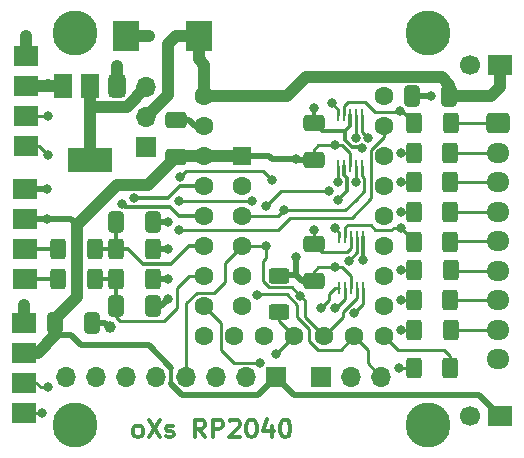
<source format=gbr>
G04 #@! TF.GenerationSoftware,KiCad,Pcbnew,7.0.1*
G04 #@! TF.CreationDate,2023-03-28T11:43:29+02:00*
G04 #@! TF.ProjectId,OXS_RP2040_Full,4f58535f-5250-4323-9034-305f46756c6c,rev?*
G04 #@! TF.SameCoordinates,Original*
G04 #@! TF.FileFunction,Copper,L1,Top*
G04 #@! TF.FilePolarity,Positive*
%FSLAX46Y46*%
G04 Gerber Fmt 4.6, Leading zero omitted, Abs format (unit mm)*
G04 Created by KiCad (PCBNEW 7.0.1) date 2023-03-28 11:43:29*
%MOMM*%
%LPD*%
G01*
G04 APERTURE LIST*
G04 Aperture macros list*
%AMRoundRect*
0 Rectangle with rounded corners*
0 $1 Rounding radius*
0 $2 $3 $4 $5 $6 $7 $8 $9 X,Y pos of 4 corners*
0 Add a 4 corners polygon primitive as box body*
4,1,4,$2,$3,$4,$5,$6,$7,$8,$9,$2,$3,0*
0 Add four circle primitives for the rounded corners*
1,1,$1+$1,$2,$3*
1,1,$1+$1,$4,$5*
1,1,$1+$1,$6,$7*
1,1,$1+$1,$8,$9*
0 Add four rect primitives between the rounded corners*
20,1,$1+$1,$2,$3,$4,$5,0*
20,1,$1+$1,$4,$5,$6,$7,0*
20,1,$1+$1,$6,$7,$8,$9,0*
20,1,$1+$1,$8,$9,$2,$3,0*%
G04 Aperture macros list end*
%ADD10C,0.310000*%
G04 #@! TA.AperFunction,NonConductor*
%ADD11C,0.310000*%
G04 #@! TD*
G04 #@! TA.AperFunction,SMDPad,CuDef*
%ADD12RoundRect,0.250000X-0.400000X-0.625000X0.400000X-0.625000X0.400000X0.625000X-0.400000X0.625000X0*%
G04 #@! TD*
G04 #@! TA.AperFunction,ComponentPad*
%ADD13C,1.700000*%
G04 #@! TD*
G04 #@! TA.AperFunction,SMDPad,CuDef*
%ADD14R,2.000000X1.700000*%
G04 #@! TD*
G04 #@! TA.AperFunction,ComponentPad*
%ADD15RoundRect,0.250000X-0.725000X0.600000X-0.725000X-0.600000X0.725000X-0.600000X0.725000X0.600000X0*%
G04 #@! TD*
G04 #@! TA.AperFunction,ComponentPad*
%ADD16O,1.950000X1.700000*%
G04 #@! TD*
G04 #@! TA.AperFunction,ComponentPad*
%ADD17R,1.600000X1.600000*%
G04 #@! TD*
G04 #@! TA.AperFunction,ComponentPad*
%ADD18C,1.600000*%
G04 #@! TD*
G04 #@! TA.AperFunction,ComponentPad*
%ADD19C,3.800000*%
G04 #@! TD*
G04 #@! TA.AperFunction,SMDPad,CuDef*
%ADD20R,0.250000X1.100000*%
G04 #@! TD*
G04 #@! TA.AperFunction,SMDPad,CuDef*
%ADD21RoundRect,0.250000X0.412500X0.650000X-0.412500X0.650000X-0.412500X-0.650000X0.412500X-0.650000X0*%
G04 #@! TD*
G04 #@! TA.AperFunction,SMDPad,CuDef*
%ADD22R,2.000000X1.800000*%
G04 #@! TD*
G04 #@! TA.AperFunction,SMDPad,CuDef*
%ADD23RoundRect,0.250000X0.400000X0.625000X-0.400000X0.625000X-0.400000X-0.625000X0.400000X-0.625000X0*%
G04 #@! TD*
G04 #@! TA.AperFunction,SMDPad,CuDef*
%ADD24RoundRect,0.250000X-0.650000X0.412500X-0.650000X-0.412500X0.650000X-0.412500X0.650000X0.412500X0*%
G04 #@! TD*
G04 #@! TA.AperFunction,SMDPad,CuDef*
%ADD25RoundRect,0.250000X-0.412500X-0.650000X0.412500X-0.650000X0.412500X0.650000X-0.412500X0.650000X0*%
G04 #@! TD*
G04 #@! TA.AperFunction,SMDPad,CuDef*
%ADD26R,2.310000X2.520000*%
G04 #@! TD*
G04 #@! TA.AperFunction,ComponentPad*
%ADD27R,1.700000X1.700000*%
G04 #@! TD*
G04 #@! TA.AperFunction,ComponentPad*
%ADD28O,1.700000X1.700000*%
G04 #@! TD*
G04 #@! TA.AperFunction,SMDPad,CuDef*
%ADD29RoundRect,0.375000X-0.375000X0.625000X-0.375000X-0.625000X0.375000X-0.625000X0.375000X0.625000X0*%
G04 #@! TD*
G04 #@! TA.AperFunction,SMDPad,CuDef*
%ADD30R,1.500000X2.000000*%
G04 #@! TD*
G04 #@! TA.AperFunction,SMDPad,CuDef*
%ADD31R,3.800000X2.000000*%
G04 #@! TD*
G04 #@! TA.AperFunction,SMDPad,CuDef*
%ADD32RoundRect,0.250000X0.650000X-0.412500X0.650000X0.412500X-0.650000X0.412500X-0.650000X-0.412500X0*%
G04 #@! TD*
G04 #@! TA.AperFunction,SMDPad,CuDef*
%ADD33RoundRect,0.250000X-0.625000X0.400000X-0.625000X-0.400000X0.625000X-0.400000X0.625000X0.400000X0*%
G04 #@! TD*
G04 #@! TA.AperFunction,ViaPad*
%ADD34C,0.800000*%
G04 #@! TD*
G04 #@! TA.AperFunction,ViaPad*
%ADD35C,1.000000*%
G04 #@! TD*
G04 #@! TA.AperFunction,Conductor*
%ADD36C,1.000000*%
G04 #@! TD*
G04 #@! TA.AperFunction,Conductor*
%ADD37C,0.250000*%
G04 #@! TD*
G04 #@! TA.AperFunction,Conductor*
%ADD38C,0.500000*%
G04 #@! TD*
G04 #@! TA.AperFunction,Conductor*
%ADD39C,0.310000*%
G04 #@! TD*
G04 APERTURE END LIST*
D10*
D11*
X80256858Y-110421928D02*
X80114001Y-110350500D01*
X80114001Y-110350500D02*
X80042572Y-110279071D01*
X80042572Y-110279071D02*
X79971144Y-110136214D01*
X79971144Y-110136214D02*
X79971144Y-109707642D01*
X79971144Y-109707642D02*
X80042572Y-109564785D01*
X80042572Y-109564785D02*
X80114001Y-109493357D01*
X80114001Y-109493357D02*
X80256858Y-109421928D01*
X80256858Y-109421928D02*
X80471144Y-109421928D01*
X80471144Y-109421928D02*
X80614001Y-109493357D01*
X80614001Y-109493357D02*
X80685430Y-109564785D01*
X80685430Y-109564785D02*
X80756858Y-109707642D01*
X80756858Y-109707642D02*
X80756858Y-110136214D01*
X80756858Y-110136214D02*
X80685430Y-110279071D01*
X80685430Y-110279071D02*
X80614001Y-110350500D01*
X80614001Y-110350500D02*
X80471144Y-110421928D01*
X80471144Y-110421928D02*
X80256858Y-110421928D01*
X81256858Y-108921928D02*
X82256858Y-110421928D01*
X82256858Y-108921928D02*
X81256858Y-110421928D01*
X82756858Y-110350500D02*
X82899715Y-110421928D01*
X82899715Y-110421928D02*
X83185429Y-110421928D01*
X83185429Y-110421928D02*
X83328286Y-110350500D01*
X83328286Y-110350500D02*
X83399715Y-110207642D01*
X83399715Y-110207642D02*
X83399715Y-110136214D01*
X83399715Y-110136214D02*
X83328286Y-109993357D01*
X83328286Y-109993357D02*
X83185429Y-109921928D01*
X83185429Y-109921928D02*
X82971144Y-109921928D01*
X82971144Y-109921928D02*
X82828286Y-109850500D01*
X82828286Y-109850500D02*
X82756858Y-109707642D01*
X82756858Y-109707642D02*
X82756858Y-109636214D01*
X82756858Y-109636214D02*
X82828286Y-109493357D01*
X82828286Y-109493357D02*
X82971144Y-109421928D01*
X82971144Y-109421928D02*
X83185429Y-109421928D01*
X83185429Y-109421928D02*
X83328286Y-109493357D01*
X86042572Y-110421928D02*
X85542572Y-109707642D01*
X85185429Y-110421928D02*
X85185429Y-108921928D01*
X85185429Y-108921928D02*
X85756858Y-108921928D01*
X85756858Y-108921928D02*
X85899715Y-108993357D01*
X85899715Y-108993357D02*
X85971144Y-109064785D01*
X85971144Y-109064785D02*
X86042572Y-109207642D01*
X86042572Y-109207642D02*
X86042572Y-109421928D01*
X86042572Y-109421928D02*
X85971144Y-109564785D01*
X85971144Y-109564785D02*
X85899715Y-109636214D01*
X85899715Y-109636214D02*
X85756858Y-109707642D01*
X85756858Y-109707642D02*
X85185429Y-109707642D01*
X86685429Y-110421928D02*
X86685429Y-108921928D01*
X86685429Y-108921928D02*
X87256858Y-108921928D01*
X87256858Y-108921928D02*
X87399715Y-108993357D01*
X87399715Y-108993357D02*
X87471144Y-109064785D01*
X87471144Y-109064785D02*
X87542572Y-109207642D01*
X87542572Y-109207642D02*
X87542572Y-109421928D01*
X87542572Y-109421928D02*
X87471144Y-109564785D01*
X87471144Y-109564785D02*
X87399715Y-109636214D01*
X87399715Y-109636214D02*
X87256858Y-109707642D01*
X87256858Y-109707642D02*
X86685429Y-109707642D01*
X88114001Y-109064785D02*
X88185429Y-108993357D01*
X88185429Y-108993357D02*
X88328287Y-108921928D01*
X88328287Y-108921928D02*
X88685429Y-108921928D01*
X88685429Y-108921928D02*
X88828287Y-108993357D01*
X88828287Y-108993357D02*
X88899715Y-109064785D01*
X88899715Y-109064785D02*
X88971144Y-109207642D01*
X88971144Y-109207642D02*
X88971144Y-109350500D01*
X88971144Y-109350500D02*
X88899715Y-109564785D01*
X88899715Y-109564785D02*
X88042572Y-110421928D01*
X88042572Y-110421928D02*
X88971144Y-110421928D01*
X89899715Y-108921928D02*
X90042572Y-108921928D01*
X90042572Y-108921928D02*
X90185429Y-108993357D01*
X90185429Y-108993357D02*
X90256858Y-109064785D01*
X90256858Y-109064785D02*
X90328286Y-109207642D01*
X90328286Y-109207642D02*
X90399715Y-109493357D01*
X90399715Y-109493357D02*
X90399715Y-109850500D01*
X90399715Y-109850500D02*
X90328286Y-110136214D01*
X90328286Y-110136214D02*
X90256858Y-110279071D01*
X90256858Y-110279071D02*
X90185429Y-110350500D01*
X90185429Y-110350500D02*
X90042572Y-110421928D01*
X90042572Y-110421928D02*
X89899715Y-110421928D01*
X89899715Y-110421928D02*
X89756858Y-110350500D01*
X89756858Y-110350500D02*
X89685429Y-110279071D01*
X89685429Y-110279071D02*
X89614000Y-110136214D01*
X89614000Y-110136214D02*
X89542572Y-109850500D01*
X89542572Y-109850500D02*
X89542572Y-109493357D01*
X89542572Y-109493357D02*
X89614000Y-109207642D01*
X89614000Y-109207642D02*
X89685429Y-109064785D01*
X89685429Y-109064785D02*
X89756858Y-108993357D01*
X89756858Y-108993357D02*
X89899715Y-108921928D01*
X91685429Y-109421928D02*
X91685429Y-110421928D01*
X91328286Y-108850500D02*
X90971143Y-109921928D01*
X90971143Y-109921928D02*
X91899714Y-109921928D01*
X92756857Y-108921928D02*
X92899714Y-108921928D01*
X92899714Y-108921928D02*
X93042571Y-108993357D01*
X93042571Y-108993357D02*
X93114000Y-109064785D01*
X93114000Y-109064785D02*
X93185428Y-109207642D01*
X93185428Y-109207642D02*
X93256857Y-109493357D01*
X93256857Y-109493357D02*
X93256857Y-109850500D01*
X93256857Y-109850500D02*
X93185428Y-110136214D01*
X93185428Y-110136214D02*
X93114000Y-110279071D01*
X93114000Y-110279071D02*
X93042571Y-110350500D01*
X93042571Y-110350500D02*
X92899714Y-110421928D01*
X92899714Y-110421928D02*
X92756857Y-110421928D01*
X92756857Y-110421928D02*
X92614000Y-110350500D01*
X92614000Y-110350500D02*
X92542571Y-110279071D01*
X92542571Y-110279071D02*
X92471142Y-110136214D01*
X92471142Y-110136214D02*
X92399714Y-109850500D01*
X92399714Y-109850500D02*
X92399714Y-109493357D01*
X92399714Y-109493357D02*
X92471142Y-109207642D01*
X92471142Y-109207642D02*
X92542571Y-109064785D01*
X92542571Y-109064785D02*
X92614000Y-108993357D01*
X92614000Y-108993357D02*
X92756857Y-108921928D01*
D12*
X103733000Y-96266000D03*
X106833000Y-96266000D03*
X103707000Y-88773000D03*
X106807000Y-88773000D03*
D13*
X108478000Y-108585000D03*
D14*
X111018000Y-108585000D03*
D15*
X110871000Y-83820000D03*
D16*
X110871000Y-86320000D03*
X110871000Y-88820000D03*
X110871000Y-91320000D03*
X110871000Y-93820000D03*
X110871000Y-96320000D03*
X110871000Y-98820000D03*
X110871000Y-101320000D03*
X110871000Y-103820000D03*
D17*
X89154000Y-86614000D03*
D18*
X89154000Y-89154000D03*
X89154000Y-91694000D03*
X89154000Y-94234000D03*
X89154000Y-96774000D03*
X89154000Y-99314000D03*
D19*
X104902000Y-109347000D03*
D12*
X103707000Y-98806000D03*
X106807000Y-98806000D03*
D19*
X75057000Y-76200000D03*
D18*
X101219000Y-81534000D03*
X101219000Y-84074000D03*
X101219000Y-86614000D03*
X101219000Y-89154000D03*
X101219000Y-91694000D03*
X101219000Y-94234000D03*
X101219000Y-96774000D03*
X101219000Y-99314000D03*
X101219000Y-101854000D03*
X98679000Y-101854000D03*
X96139000Y-101854000D03*
X93599000Y-101854000D03*
X91059000Y-101854000D03*
X88519000Y-101854000D03*
X85979000Y-101854000D03*
X85979000Y-99314000D03*
X85979000Y-96774000D03*
X85979000Y-94234000D03*
X85979000Y-91694000D03*
X85979000Y-89154000D03*
X85979000Y-86614000D03*
X85979000Y-84074000D03*
X85979000Y-81534000D03*
D20*
X99417000Y-93472000D03*
X98917000Y-93472000D03*
X98417000Y-93472000D03*
X97917000Y-93472000D03*
X97417000Y-93472000D03*
X97417000Y-97772000D03*
X97917000Y-97772000D03*
X98417000Y-97772000D03*
X98917000Y-97772000D03*
X99417000Y-97772000D03*
D21*
X81661000Y-92202000D03*
X78536000Y-92202000D03*
D22*
X70866000Y-85725000D03*
X70866000Y-83185000D03*
X70866000Y-80645000D03*
X70866000Y-78105000D03*
D23*
X81635000Y-97028000D03*
X78535000Y-97028000D03*
D13*
X108458000Y-78867000D03*
D14*
X110998000Y-78867000D03*
D23*
X81635000Y-94488000D03*
X78535000Y-94488000D03*
D12*
X103707000Y-91313000D03*
X106807000Y-91313000D03*
X103707000Y-93853000D03*
X106807000Y-93853000D03*
D20*
X99314000Y-83159000D03*
X98814000Y-83159000D03*
X98314000Y-83159000D03*
X97814000Y-83159000D03*
X97314000Y-83159000D03*
X97314000Y-87459000D03*
X97814000Y-87459000D03*
X98314000Y-87459000D03*
X98814000Y-87459000D03*
X99314000Y-87459000D03*
D12*
X103733000Y-101346000D03*
X106833000Y-101346000D03*
D24*
X95250000Y-94030000D03*
X95250000Y-97155000D03*
D12*
X103733000Y-83820000D03*
X106833000Y-83820000D03*
D21*
X81635000Y-99314000D03*
X78510000Y-99314000D03*
D12*
X103707000Y-86360000D03*
X106807000Y-86360000D03*
D23*
X76734000Y-94488000D03*
X73634000Y-94488000D03*
D22*
X70840000Y-97028000D03*
X70840000Y-94488000D03*
X70840000Y-91948000D03*
X70840000Y-89408000D03*
D25*
X73367500Y-100711000D03*
X76492500Y-100711000D03*
D26*
X85523000Y-76454000D03*
X79323000Y-76454000D03*
D27*
X81026000Y-85852000D03*
D28*
X81026000Y-83312000D03*
X81026000Y-80772000D03*
D23*
X76734000Y-97028000D03*
X73634000Y-97028000D03*
D29*
X78627000Y-80670000D03*
D30*
X76327000Y-80670000D03*
D31*
X76327000Y-86970000D03*
D30*
X74027000Y-80670000D03*
D32*
X83566000Y-86652500D03*
X83566000Y-83527500D03*
D33*
X92329000Y-96722000D03*
X92329000Y-99822000D03*
D21*
X106718500Y-81534000D03*
X103593500Y-81534000D03*
D19*
X75057000Y-109347000D03*
D27*
X92075000Y-105283000D03*
D28*
X89535000Y-105283000D03*
X86995000Y-105283000D03*
X84455000Y-105283000D03*
X81915000Y-105283000D03*
X79375000Y-105283000D03*
X76835000Y-105283000D03*
X74295000Y-105283000D03*
D27*
X95885000Y-105283000D03*
D28*
X98425000Y-105283000D03*
X100965000Y-105283000D03*
D22*
X70739000Y-108331000D03*
X70739000Y-105791000D03*
X70739000Y-103251000D03*
X70739000Y-100711000D03*
D24*
X95250000Y-83794000D03*
X95250000Y-86919000D03*
D19*
X104902000Y-76200000D03*
D12*
X103707000Y-104521000D03*
X106807000Y-104521000D03*
D34*
X82931000Y-94488000D03*
X82931000Y-97028000D03*
X105156000Y-81534000D03*
X70866000Y-76454000D03*
D35*
X70739000Y-99187000D03*
D34*
X82931000Y-92202000D03*
X95250000Y-92837000D03*
D35*
X77978000Y-101092000D03*
X81280000Y-76454000D03*
D34*
X95250000Y-82524000D03*
X99330490Y-85934301D03*
X82931000Y-98679000D03*
X72644000Y-89408000D03*
D35*
X78613000Y-78994000D03*
D34*
X72644000Y-91948000D03*
X97028000Y-96012000D03*
X93726000Y-95123000D03*
X97028000Y-85699000D03*
D35*
X72453500Y-102679500D03*
D34*
X93726000Y-86868000D03*
X78994000Y-90678000D03*
X80010000Y-90170000D03*
X91694000Y-88646000D03*
X83947000Y-88392000D03*
X72771000Y-83185000D03*
X83820000Y-90424000D03*
X72771000Y-86487000D03*
X90043000Y-90424000D03*
X90466365Y-98329151D03*
X72771000Y-106172000D03*
X72263000Y-108331000D03*
X94107000Y-98425000D03*
X96520000Y-89535000D03*
X98806000Y-88773000D03*
X91223500Y-90805000D03*
X91223500Y-94234000D03*
X92710000Y-91186000D03*
X92075000Y-103378000D03*
X98634299Y-99904299D03*
D35*
X72732500Y-80606500D03*
D34*
X102489000Y-104521000D03*
X98806000Y-85064000D03*
X98196831Y-95450198D03*
X99822000Y-85064000D03*
X99441000Y-95439934D03*
X83820000Y-92837000D03*
X102526795Y-82766205D03*
X96774000Y-82143000D03*
X102616000Y-86360000D03*
X97282000Y-88773000D03*
X102616000Y-88773000D03*
X102616000Y-91313000D03*
X97282000Y-90297000D03*
X102616000Y-92710000D03*
X97028000Y-92710000D03*
X102616000Y-96266000D03*
X95885000Y-99441000D03*
X102616000Y-98806000D03*
X102616000Y-101346000D03*
X97028000Y-99441000D03*
X90715000Y-104103000D03*
D36*
X78613000Y-78994000D02*
X78613000Y-80656000D01*
D37*
X95250000Y-82651000D02*
X95250000Y-82524000D01*
D38*
X81635000Y-97028000D02*
X82931000Y-97028000D01*
D39*
X95911000Y-84455000D02*
X95250000Y-83794000D01*
X98526268Y-85852000D02*
X99248189Y-85852000D01*
X98314000Y-83159000D02*
X98314000Y-84044000D01*
X97903000Y-84455000D02*
X95911000Y-84455000D01*
D38*
X82296000Y-99314000D02*
X81635000Y-99314000D01*
X70840000Y-89408000D02*
X72644000Y-89408000D01*
X82931000Y-98679000D02*
X82296000Y-99314000D01*
D39*
X95250000Y-83794000D02*
X95250000Y-82524000D01*
X99248189Y-85852000D02*
X99330490Y-85934301D01*
D38*
X76492500Y-100711000D02*
X77597000Y-100711000D01*
D36*
X78613000Y-80656000D02*
X78627000Y-80670000D01*
D39*
X98314000Y-84044000D02*
X97903000Y-84455000D01*
D38*
X81635000Y-94488000D02*
X82931000Y-94488000D01*
D36*
X70739000Y-100711000D02*
X70739000Y-99187000D01*
D38*
X83566000Y-83527500D02*
X84670500Y-83527500D01*
D37*
X95250000Y-94030000D02*
X95962000Y-94742000D01*
D38*
X103593500Y-81534000D02*
X105156000Y-81534000D01*
D37*
X98044000Y-94742000D02*
X98417000Y-94369000D01*
D38*
X84670500Y-83527500D02*
X85217000Y-84074000D01*
X85217000Y-84074000D02*
X86089000Y-84074000D01*
D37*
X95962000Y-94742000D02*
X98044000Y-94742000D01*
D38*
X81661000Y-92202000D02*
X82931000Y-92202000D01*
D39*
X97903000Y-85228732D02*
X98526268Y-85852000D01*
D37*
X95250000Y-94030000D02*
X95250000Y-92837000D01*
D38*
X77597000Y-100711000D02*
X77978000Y-101092000D01*
D36*
X79323000Y-76454000D02*
X81280000Y-76454000D01*
D39*
X97903000Y-84455000D02*
X97903000Y-85228732D01*
D36*
X70866000Y-78105000D02*
X70866000Y-76454000D01*
D37*
X98417000Y-94369000D02*
X98417000Y-93472000D01*
D38*
X81280000Y-102616000D02*
X83185000Y-104521000D01*
D37*
X95250000Y-96393000D02*
X95250000Y-97155000D01*
X98417000Y-97772000D02*
X98417000Y-96766000D01*
D38*
X93726000Y-86868000D02*
X91694000Y-86868000D01*
X73367500Y-101765500D02*
X74714500Y-101765500D01*
D36*
X71882000Y-103251000D02*
X73367500Y-101765500D01*
D38*
X75565000Y-102616000D02*
X81280000Y-102616000D01*
D37*
X97663000Y-96012000D02*
X97028000Y-96012000D01*
D36*
X85979000Y-86614000D02*
X89154000Y-86614000D01*
D37*
X97663000Y-85699000D02*
X98314000Y-86350000D01*
X95250000Y-86919000D02*
X95250000Y-86080000D01*
X98314000Y-86350000D02*
X98314000Y-87459000D01*
D36*
X81191500Y-89027000D02*
X78613000Y-89027000D01*
D38*
X95250000Y-97155000D02*
X94234000Y-97155000D01*
X72644000Y-91948000D02*
X74676000Y-91948000D01*
X83185000Y-105791000D02*
X83185000Y-105918000D01*
D37*
X97028000Y-85699000D02*
X97663000Y-85699000D01*
D38*
X109240000Y-106807000D02*
X111018000Y-108585000D01*
D36*
X78613000Y-89027000D02*
X75184000Y-92456000D01*
D38*
X93114000Y-96647000D02*
X93726000Y-96647000D01*
X92329000Y-96722000D02*
X93039000Y-96722000D01*
X93726000Y-96647000D02*
X93726000Y-95123000D01*
D36*
X73367500Y-100368500D02*
X73367500Y-100711000D01*
X70739000Y-103251000D02*
X71882000Y-103251000D01*
D37*
X95631000Y-96012000D02*
X97028000Y-96012000D01*
D38*
X93039000Y-96722000D02*
X93114000Y-96647000D01*
D36*
X83566000Y-86652500D02*
X81191500Y-89027000D01*
D37*
X95631000Y-96012000D02*
X95250000Y-96393000D01*
D38*
X93599000Y-106807000D02*
X109240000Y-106807000D01*
X94234000Y-97155000D02*
X93726000Y-96647000D01*
X83185000Y-105918000D02*
X84074000Y-106807000D01*
D36*
X83566000Y-86652500D02*
X83604500Y-86614000D01*
D38*
X91440000Y-86614000D02*
X89154000Y-86614000D01*
X95250000Y-86919000D02*
X93777000Y-86919000D01*
X70840000Y-91948000D02*
X72644000Y-91948000D01*
X74714500Y-101765500D02*
X75565000Y-102616000D01*
D36*
X83604500Y-86614000D02*
X85979000Y-86614000D01*
D38*
X74676000Y-91948000D02*
X75184000Y-92456000D01*
X91694000Y-86868000D02*
X91440000Y-86614000D01*
X93777000Y-86919000D02*
X93726000Y-86868000D01*
D37*
X98417000Y-96766000D02*
X97663000Y-96012000D01*
D38*
X84074000Y-106807000D02*
X90551000Y-106807000D01*
D37*
X95250000Y-86080000D02*
X95631000Y-85699000D01*
D39*
X83185000Y-104521000D02*
X83185000Y-105791000D01*
D36*
X75184000Y-92456000D02*
X75184000Y-98552000D01*
D38*
X90551000Y-106807000D02*
X92075000Y-105283000D01*
D36*
X73367500Y-101765500D02*
X73367500Y-100711000D01*
X75184000Y-98552000D02*
X73367500Y-100368500D01*
D38*
X92075000Y-105283000D02*
X93599000Y-106807000D01*
D37*
X95631000Y-85699000D02*
X97028000Y-85699000D01*
X83693000Y-97790000D02*
X84709000Y-96774000D01*
X78510000Y-100227000D02*
X78867000Y-100584000D01*
X83693000Y-99441000D02*
X83693000Y-97790000D01*
X84709000Y-96774000D02*
X85979000Y-96774000D01*
D39*
X78510000Y-99314000D02*
X78510000Y-97053000D01*
X76734000Y-97028000D02*
X78535000Y-97028000D01*
D37*
X78867000Y-100584000D02*
X82550000Y-100584000D01*
D39*
X78510000Y-97053000D02*
X78535000Y-97028000D01*
D37*
X78510000Y-99314000D02*
X78510000Y-100227000D01*
X82550000Y-100584000D02*
X83693000Y-99441000D01*
D39*
X80772000Y-95758000D02*
X83185000Y-95758000D01*
X84709000Y-94234000D02*
X85979000Y-94234000D01*
X78535000Y-92203000D02*
X78536000Y-92202000D01*
X76734000Y-94488000D02*
X78535000Y-94488000D01*
X78535000Y-94488000D02*
X78535000Y-92203000D01*
X78535000Y-94488000D02*
X79502000Y-94488000D01*
X83185000Y-95758000D02*
X84709000Y-94234000D01*
X79502000Y-94488000D02*
X80772000Y-95758000D01*
X83058000Y-90947000D02*
X79263000Y-90947000D01*
X83805000Y-91694000D02*
X83058000Y-90947000D01*
X85979000Y-91694000D02*
X83805000Y-91694000D01*
X79263000Y-90947000D02*
X78994000Y-90678000D01*
X85979000Y-89154000D02*
X83947000Y-89154000D01*
X82931000Y-90170000D02*
X80010000Y-90170000D01*
X83947000Y-89154000D02*
X82931000Y-90170000D01*
D36*
X82931000Y-81407000D02*
X82931000Y-77089000D01*
X81026000Y-83312000D02*
X82931000Y-81407000D01*
X83566000Y-76454000D02*
X85523000Y-76454000D01*
X85979000Y-78867000D02*
X85979000Y-81534000D01*
X85523000Y-78411000D02*
X85979000Y-78867000D01*
X106096000Y-79934000D02*
X106718500Y-80556500D01*
X82931000Y-77089000D02*
X83566000Y-76454000D01*
X93015000Y-81534000D02*
X94615000Y-79934000D01*
X85523000Y-76454000D02*
X85523000Y-78411000D01*
X110236000Y-81534000D02*
X110998000Y-80772000D01*
X94615000Y-79934000D02*
X106096000Y-79934000D01*
X106718500Y-81534000D02*
X110236000Y-81534000D01*
X106718500Y-80556500D02*
X106718500Y-81534000D01*
X85979000Y-81534000D02*
X93015000Y-81534000D01*
X110998000Y-80772000D02*
X110998000Y-78867000D01*
D37*
X102362000Y-102997000D02*
X106299000Y-102997000D01*
X106807000Y-103505000D02*
X106807000Y-104521000D01*
X106299000Y-102997000D02*
X106807000Y-103505000D01*
X83947000Y-88392000D02*
X84455000Y-87884000D01*
X101219000Y-101854000D02*
X102362000Y-102997000D01*
X90932000Y-87884000D02*
X91694000Y-88646000D01*
X84455000Y-87884000D02*
X90932000Y-87884000D01*
X70866000Y-83185000D02*
X72771000Y-83185000D01*
X98679000Y-101854000D02*
X99822000Y-102997000D01*
X92954695Y-98298000D02*
X90803604Y-98298000D01*
X94869000Y-101220396D02*
X93853000Y-100204396D01*
X94869000Y-102235000D02*
X94869000Y-101220396D01*
X93853000Y-100204396D02*
X93853000Y-99196304D01*
X70866000Y-85725000D02*
X72009000Y-85725000D01*
X93853000Y-99196304D02*
X92954695Y-98298000D01*
X83820000Y-90424000D02*
X90043000Y-90424000D01*
X99822000Y-104140000D02*
X100965000Y-105283000D01*
X97536000Y-102997000D02*
X95631000Y-102997000D01*
X99822000Y-102997000D02*
X99822000Y-104140000D01*
X90772453Y-98329151D02*
X90466365Y-98329151D01*
X98679000Y-101854000D02*
X97536000Y-102997000D01*
X90803604Y-98298000D02*
X90772453Y-98329151D01*
X72009000Y-85725000D02*
X72771000Y-86487000D01*
X95631000Y-102997000D02*
X94869000Y-102235000D01*
X71755000Y-105791000D02*
X70739000Y-105791000D01*
X72136000Y-106172000D02*
X71755000Y-105791000D01*
X72771000Y-106172000D02*
X72136000Y-106172000D01*
X70739000Y-108331000D02*
X72263000Y-108331000D01*
X94488000Y-100203000D02*
X94488000Y-98806000D01*
X97741000Y-100252000D02*
X96139000Y-101854000D01*
X91223500Y-90805000D02*
X92493500Y-89535000D01*
X91223500Y-94328500D02*
X91223500Y-95212500D01*
X91129000Y-94234000D02*
X91223500Y-94234000D01*
X87693500Y-97282000D02*
X87693500Y-95694500D01*
X97741000Y-99773000D02*
X97741000Y-100252000D01*
X87693500Y-95694500D02*
X89154000Y-94234000D01*
X98917000Y-97772000D02*
X98917000Y-98597000D01*
X92493500Y-89535000D02*
X96520000Y-89535000D01*
X90932000Y-97163173D02*
X91495327Y-97726500D01*
X90932000Y-95504000D02*
X90932000Y-97163173D01*
X91495327Y-97726500D02*
X93408500Y-97726500D01*
X98806000Y-87467000D02*
X98814000Y-87459000D01*
X91223500Y-95212500D02*
X90932000Y-95504000D01*
X84455000Y-105283000D02*
X84455000Y-99060000D01*
X94488000Y-98806000D02*
X94107000Y-98425000D01*
X91129000Y-94234000D02*
X91223500Y-94328500D01*
X84455000Y-99060000D02*
X85344000Y-98171000D01*
X98806000Y-88773000D02*
X98806000Y-87467000D01*
X96139000Y-101854000D02*
X94488000Y-100203000D01*
X93408500Y-97726500D02*
X94107000Y-98425000D01*
D39*
X98806000Y-88773000D02*
X98804000Y-88771000D01*
D37*
X98917000Y-98597000D02*
X97741000Y-99773000D01*
D39*
X98806000Y-88773000D02*
X98814000Y-88765000D01*
D37*
X85344000Y-98171000D02*
X86804500Y-98171000D01*
X89154000Y-94234000D02*
X91129000Y-94234000D01*
X86804500Y-98171000D02*
X87693500Y-97282000D01*
X92075000Y-103378000D02*
X93599000Y-101854000D01*
X92329000Y-100584000D02*
X92329000Y-99822000D01*
X97917000Y-91186000D02*
X92710000Y-91186000D01*
X99417000Y-99121598D02*
X99417000Y-97772000D01*
X99531000Y-89572000D02*
X98806000Y-90297000D01*
X98634299Y-99904299D02*
X99417000Y-99121598D01*
X92710000Y-91186000D02*
X92202000Y-91694000D01*
X99314000Y-87459000D02*
X99314000Y-88255695D01*
X98806000Y-90297000D02*
X97917000Y-91186000D01*
X93599000Y-101854000D02*
X92329000Y-100584000D01*
X99314000Y-88255695D02*
X99531000Y-88472695D01*
X92202000Y-91694000D02*
X89154000Y-91694000D01*
X99531000Y-88472695D02*
X99531000Y-89572000D01*
D36*
X74002000Y-80645000D02*
X74027000Y-80670000D01*
X72732500Y-80606500D02*
X72796000Y-80670000D01*
X72796000Y-80670000D02*
X74027000Y-80670000D01*
X72694000Y-80645000D02*
X72732500Y-80606500D01*
X70866000Y-80645000D02*
X72694000Y-80645000D01*
D39*
X70840000Y-97028000D02*
X73634000Y-97028000D01*
X70840000Y-94488000D02*
X73634000Y-94488000D01*
D37*
X103707000Y-104521000D02*
X102489000Y-104521000D01*
D36*
X79394280Y-82423000D02*
X81026000Y-80791280D01*
X80924000Y-80670000D02*
X81026000Y-80772000D01*
X76327000Y-82423000D02*
X79394280Y-82423000D01*
D38*
X76327000Y-81280000D02*
X76327000Y-80670000D01*
D36*
X81026000Y-80791280D02*
X81026000Y-80772000D01*
X76327000Y-82423000D02*
X76327000Y-80670000D01*
X76327000Y-86970000D02*
X76327000Y-82423000D01*
D37*
X106833000Y-83820000D02*
X110871000Y-83820000D01*
X106847000Y-86320000D02*
X110871000Y-86320000D01*
X106807000Y-86360000D02*
X106847000Y-86320000D01*
X106854000Y-88820000D02*
X110871000Y-88820000D01*
X106807000Y-88773000D02*
X106854000Y-88820000D01*
X106807000Y-91313000D02*
X106814000Y-91320000D01*
X106814000Y-91320000D02*
X110871000Y-91320000D01*
X98806000Y-85064000D02*
X98806000Y-83167000D01*
X98806000Y-83167000D02*
X98814000Y-83159000D01*
X98905029Y-94742000D02*
X98917000Y-94742000D01*
X98917000Y-94742000D02*
X98917000Y-93472000D01*
X98196831Y-95450198D02*
X98905029Y-94742000D01*
X99822000Y-85064000D02*
X99822000Y-85054695D01*
X99314000Y-84546695D02*
X99314000Y-83159000D01*
X99822000Y-85054695D02*
X99314000Y-84546695D01*
D39*
X99417000Y-95415934D02*
X99417000Y-93472000D01*
X99441000Y-95439934D02*
X99417000Y-95415934D01*
D37*
X83820000Y-92837000D02*
X92202000Y-92837000D01*
X100094000Y-90170000D02*
X100094000Y-86088000D01*
X100094000Y-86088000D02*
X101219000Y-84963000D01*
X101219000Y-84963000D02*
X101219000Y-84074000D01*
X92202000Y-92837000D02*
X93218000Y-91821000D01*
X98443000Y-91821000D02*
X100094000Y-90170000D01*
X93218000Y-91821000D02*
X98443000Y-91821000D01*
X106807000Y-93853000D02*
X106840000Y-93820000D01*
X106840000Y-93820000D02*
X110871000Y-93820000D01*
X106833000Y-96266000D02*
X106887000Y-96320000D01*
X106887000Y-96320000D02*
X110871000Y-96320000D01*
X106807000Y-98806000D02*
X106821000Y-98820000D01*
X106821000Y-98820000D02*
X110871000Y-98820000D01*
X106833000Y-101346000D02*
X106859000Y-101320000D01*
X106859000Y-101320000D02*
X110871000Y-101320000D01*
X97814000Y-82373000D02*
X97814000Y-83159000D01*
X102406000Y-82887000D02*
X100439000Y-82887000D01*
X99568000Y-82016000D02*
X98171000Y-82016000D01*
X100439000Y-82887000D02*
X99568000Y-82016000D01*
X102679205Y-82766205D02*
X103733000Y-83820000D01*
X98171000Y-82016000D02*
X97814000Y-82373000D01*
X102526795Y-82766205D02*
X102679205Y-82766205D01*
X102526795Y-82766205D02*
X102406000Y-82887000D01*
X97314000Y-82683000D02*
X97314000Y-83159000D01*
X103707000Y-86360000D02*
X102616000Y-86360000D01*
X96774000Y-82143000D02*
X97314000Y-82683000D01*
X97314000Y-88741000D02*
X97282000Y-88773000D01*
X97314000Y-87459000D02*
X97314000Y-88741000D01*
X103707000Y-88773000D02*
X102616000Y-88773000D01*
X103707000Y-91313000D02*
X102616000Y-91313000D01*
D39*
X98037000Y-89542000D02*
X98037000Y-88460268D01*
X98037000Y-88460268D02*
X97814000Y-88237268D01*
X97814000Y-88237268D02*
X97814000Y-87459000D01*
X97282000Y-90297000D02*
X98037000Y-89542000D01*
D37*
X97917000Y-92647000D02*
X98108000Y-92456000D01*
X103707000Y-93801000D02*
X102616000Y-92710000D01*
X103707000Y-93853000D02*
X103707000Y-93801000D01*
X97917000Y-93472000D02*
X97917000Y-92647000D01*
X98108000Y-92456000D02*
X100076000Y-92456000D01*
X100457000Y-92837000D02*
X101854000Y-92837000D01*
X100076000Y-92456000D02*
X100457000Y-92837000D01*
X101981000Y-92710000D02*
X102616000Y-92710000D01*
X101854000Y-92837000D02*
X101981000Y-92710000D01*
X97417000Y-93472000D02*
X97417000Y-93099000D01*
X103733000Y-96266000D02*
X102616000Y-96266000D01*
X97417000Y-93099000D02*
X97028000Y-92710000D01*
X97417000Y-97772000D02*
X97046000Y-97772000D01*
X96520000Y-98806000D02*
X95885000Y-99441000D01*
X103707000Y-98806000D02*
X102616000Y-98806000D01*
X96520000Y-98298000D02*
X96520000Y-98806000D01*
X97046000Y-97772000D02*
X96520000Y-98298000D01*
X97155000Y-99441000D02*
X97028000Y-99441000D01*
X103733000Y-101346000D02*
X102616000Y-101346000D01*
X97282000Y-99314000D02*
X97155000Y-99441000D01*
X97917000Y-97772000D02*
X97917000Y-98679000D01*
X97917000Y-98679000D02*
X97282000Y-99314000D01*
X90715000Y-104103000D02*
X88482000Y-104103000D01*
X88482000Y-104103000D02*
X87376000Y-102997000D01*
X87376000Y-102997000D02*
X87376000Y-100711000D01*
X87376000Y-100711000D02*
X85979000Y-99314000D01*
M02*

</source>
